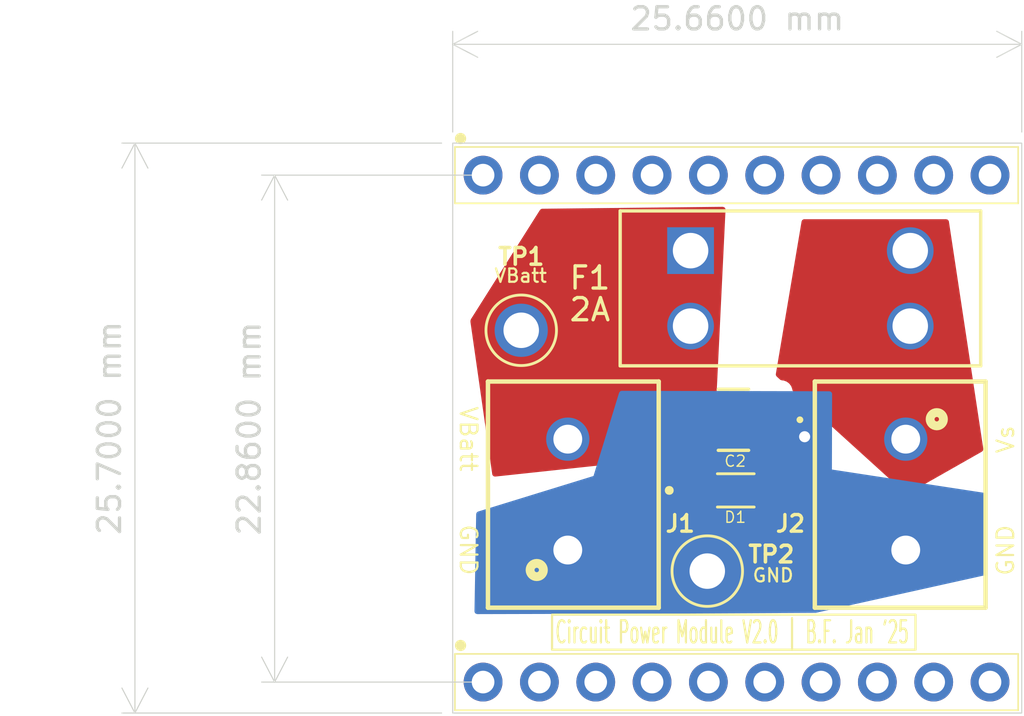
<source format=kicad_pcb>
(kicad_pcb (version 20240108) (generator "pcbnew") (generator_version "8.0")
  (layers (0 "F.Cu" signal) (31 "B.Cu" signal) (34 "B.Paste" user) (35 "F.Paste" user) (36 "B.SilkS" user "B.Silkscreen") (37 "F.SilkS" user "F.Silkscreen") (38 "B.Mask" user) (39 "F.Mask" user) (44 "Edge.Cuts" user))
  (net 0 "")
  (net 1 "Net-(C2-Pad2)")
  (net 2 "Net-(C2-Pad1)")
  (net 3 "Net-(F1-Pad3)")
  (footprint "PH1-10-UA:1X10-2.54MM-THT" (layer "F.Cu") (at 76.2 48.26)
    (property "Reference" "REF**" (hide yes))
    (property "Value" "1X10-2.54MM-THT")
    (fp_line (start -1.27 -1.27) (end -1.27 1.27) (stroke (width 0.0762)) (layer "F.SilkS"))
    (fp_line (start -1.27 -1.27) (end 24.13 -1.27) (stroke (width 0.0762)) (layer "F.SilkS"))
    (fp_line (start 24.13 -1.27) (end 24.13 1.27) (stroke (width 0.0762)) (layer "F.SilkS"))
    (fp_line (start 24.13 1.27) (end -1.27 1.27) (stroke (width 0.0762)) (layer "F.SilkS"))
    (fp_circle (center -1.016 -1.651) (end -0.762 -1.651) (fill solid) (layer "F.SilkS"))
    (pad "1" thru_hole circle (at 0 0) (size 1.75 1.75) (drill 1.02) (layers "*.Cu" "*.Mask"))
    (pad "2" thru_hole circle (at 2.54 0) (size 1.75 1.75) (drill 1.02) (layers "*.Cu" "*.Mask"))
    (pad "3" thru_hole circle (at 5.08 0) (size 1.75 1.75) (drill 1.02) (layers "*.Cu" "*.Mask"))
    (pad "4" thru_hole circle (at 7.62 0) (size 1.75 1.75) (drill 1.02) (layers "*.Cu" "*.Mask"))
    (pad "5" thru_hole circle (at 10.16 0) (size 1.75 1.75) (drill 1.02) (layers "*.Cu" "*.Mask"))
    (pad "6" thru_hole circle (at 12.7 0) (size 1.75 1.75) (drill 1.02) (layers "*.Cu" "*.Mask"))
    (pad "7" thru_hole circle (at 15.24 0) (size 1.75 1.75) (drill 1.02) (layers "*.Cu" "*.Mask"))
    (pad "8" thru_hole circle (at 17.78 0) (size 1.75 1.75) (drill 1.02) (layers "*.Cu" "*.Mask"))
    (pad "9" thru_hole circle (at 20.32 0) (size 1.75 1.75) (drill 1.02) (layers "*.Cu" "*.Mask"))
    (pad "10" thru_hole circle (at 22.86 0) (size 1.75 1.75) (drill 1.02) (layers "*.Cu" "*.Mask"))
  )
  (footprint "PH1-10-UA:1X10-2.54MM-THT" (layer "F.Cu") (at 76.2 25.4)
    (property "Reference" "REF**" (hide yes))
    (property "Value" "1X10-2.54MM-THT")
    (fp_line (start -1.27 -1.27) (end -1.27 1.27) (stroke (width 0.0762)) (layer "F.SilkS"))
    (fp_line (start -1.27 -1.27) (end 24.13 -1.27) (stroke (width 0.0762)) (layer "F.SilkS"))
    (fp_line (start 24.13 -1.27) (end 24.13 1.27) (stroke (width 0.0762)) (layer "F.SilkS"))
    (fp_line (start 24.13 1.27) (end -1.27 1.27) (stroke (width 0.0762)) (layer "F.SilkS"))
    (fp_circle (center -1.016 -1.651) (end -0.762 -1.651) (fill solid) (layer "F.SilkS"))
    (pad "1" thru_hole circle (at 0 0) (size 1.75 1.75) (drill 1.02) (layers "*.Cu" "*.Mask"))
    (pad "2" thru_hole circle (at 2.54 0) (size 1.75 1.75) (drill 1.02) (layers "*.Cu" "*.Mask"))
    (pad "3" thru_hole circle (at 5.08 0) (size 1.75 1.75) (drill 1.02) (layers "*.Cu" "*.Mask"))
    (pad "4" thru_hole circle (at 7.62 0) (size 1.75 1.75) (drill 1.02) (layers "*.Cu" "*.Mask"))
    (pad "5" thru_hole circle (at 10.16 0) (size 1.75 1.75) (drill 1.02) (layers "*.Cu" "*.Mask"))
    (pad "6" thru_hole circle (at 12.7 0) (size 1.75 1.75) (drill 1.02) (layers "*.Cu" "*.Mask"))
    (pad "7" thru_hole circle (at 15.24 0) (size 1.75 1.75) (drill 1.02) (layers "*.Cu" "*.Mask"))
    (pad "8" thru_hole circle (at 17.78 0) (size 1.75 1.75) (drill 1.02) (layers "*.Cu" "*.Mask"))
    (pad "9" thru_hole circle (at 20.32 0) (size 1.75 1.75) (drill 1.02) (layers "*.Cu" "*.Mask"))
    (pad "10" thru_hole circle (at 22.86 0) (size 1.75 1.75) (drill 1.02) (layers "*.Cu" "*.Mask"))
  )
  (footprint "CL32A476KOJNNNE:CAP_CL32_SAM-M" (layer "F.Cu") (at 87.490599 36.43195 180)
    (property "Reference" "C2" (at -0.079401 -1.8639 0) (layer "F.SilkS") (effects (font (size 0.5 0.5) (thickness 0.0625))))
    (property "Value" "47u")
    (fp_line (start 0.683152 -1.377) (end -0.683152 -1.377) (stroke (width 0.1524)) (layer "F.SilkS"))
    (fp_line (start -0.683152 1.377) (end 0.683152 1.377) (stroke (width 0.1524)) (layer "F.SilkS"))
    (fp_circle (center -2.997001 0) (end -2.920801 0) (stroke (width 0.1524)) (fill none) (layer "F.SilkS"))
    (pad "1" smd rect (at -1.579401 0 180) (size 1.1588 2.5508) (layers "F.Cu" "F.Paste" "F.Mask") (net 2 "Net-(C2-Pad1)"))
    (pad "2" smd rect (at 1.579401 0 180) (size 1.1588 2.5508) (layers "F.Cu" "F.Paste" "F.Mask") (net 1 "Net-(C2-Pad2)"))
    (zone (net 0) (net_name "") (layer "F.Cu") (connect_pads (clearance 0)) (min_thickness 0.254)
      (keepout (tracks not_allowed) (vias not_allowed) (pads allowed) (copperpour not_allowed) (footprints allowed))
      (fill (thermal_gap 0.508) (thermal_bridge_width 0.508))
      (polygon (pts (xy 88.4398 37.63115) (xy 86.541398 37.63115) (xy 86.541398 35.23275) (xy 88.4398 35.23275)))
    )
  )
  (footprint "BZV55B15:DIOMELF3515N" (layer "F.Cu") (at 87.595 39.61585)
    (property "Reference" "D1" (at -0.025 1.21 0) (layer "F.SilkS") (effects (font (size 0.5 0.5) (thickness 0.0625))))
    (property "Value" "BZV55B15")
    (fp_line (start -0.83 -0.75) (end 0.83 -0.75) (stroke (width 0.127)) (layer "F.SilkS"))
    (fp_line (start -0.83 0.75) (end 0.83 0.75) (stroke (width 0.127)) (layer "F.SilkS"))
    (fp_circle (center -3 0) (end -2.9 0) (stroke (width 0.2)) (fill none) (layer "F.SilkS"))
    (pad "A" smd rect (at 1.705 0) (size 1.11 1.73) (layers "F.Cu" "F.Paste" "F.Mask") (net 2 "Net-(C2-Pad1)"))
    (pad "C" smd rect (at -1.705 0) (size 1.11 1.73) (layers "F.Cu" "F.Paste" "F.Mask") (net 1 "Net-(C2-Pad2)"))
  )
  (footprint "5006:KEYSTONE_5006" (layer "F.Cu") (at 77.92 32.39585)
    (property "Reference" "TP1" (at 0 -3.32 0) (layer "F.SilkS") (effects (font (size 0.75 0.75) (thickness 0.16) (bold yes))))
    (property "Value" "5006")
    (fp_circle (center 0 0) (end 1.59 0) (stroke (width 0.127)) (fill none) (layer "F.SilkS"))
    (pad "TP" thru_hole circle (at 0 0) (size 2.4 2.4) (drill 1.6) (layers "*.Cu" "*.Mask") (net 1 "Net-(C2-Pad2)"))
  )
  (footprint "691137710002:691137710002" (layer "F.Cu") (at 95.26 39.80585 -90)
    (property "Reference" "J2" (at 1.31 5.2 0) (layer "F.SilkS") (effects (font (size 0.75 0.75))))
    (property "Value" "Vs")
    (property "VALUE" "691137710002" (hide yes))
    (fp_line (start -5.1 4.1) (end -5.1 -3.6) (stroke (width 0.2)) (layer "F.SilkS"))
    (fp_line (start 5.1 4.1) (end -5.1 4.1) (stroke (width 0.2)) (layer "F.SilkS"))
    (fp_line (start -5.1 -3.6) (end 5.1 -3.6) (stroke (width 0.2)) (layer "F.SilkS"))
    (fp_line (start 5.1 -3.6) (end 5.1 4.1) (stroke (width 0.2)) (layer "F.SilkS"))
    (fp_circle (center -3.4 -1.4) (end -3.3 -1.4) (stroke (width 0.4)) (fill none) (layer "F.SilkS"))
    (pad "1" thru_hole circle (at -2.5 0 270) (size 1.95 1.95) (drill 1.3) (layers "*.Cu" "*.Mask") (net 3 "Net-(F1-Pad3)"))
    (pad "2" thru_hole circle (at 2.5 0 270) (size 1.95 1.95) (drill 1.3) (layers "*.Cu" "*.Mask") (net 2 "Net-(C2-Pad1)"))
  )
  (footprint "691137710002:691137710002" (layer "F.Cu") (at 80.02 39.80585 90)
    (property "Reference" "J1" (at -1.31 5.07 180) (layer "F.SilkS") (effects (font (size 0.75 0.75))))
    (property "Value" "VBATT +")
    (property "VALUE" "691137710002" (hide yes))
    (fp_line (start 5.1 -3.6) (end 5.1 4.1) (stroke (width 0.2)) (layer "F.SilkS"))
    (fp_line (start -5.1 -3.6) (end 5.1 -3.6) (stroke (width 0.2)) (layer "F.SilkS"))
    (fp_line (start 5.1 4.1) (end -5.1 4.1) (stroke (width 0.2)) (layer "F.SilkS"))
    (fp_line (start -5.1 4.1) (end -5.1 -3.6) (stroke (width 0.2)) (layer "F.SilkS"))
    (fp_circle (center -3.4 -1.4) (end -3.3 -1.4) (stroke (width 0.4)) (fill none) (layer "F.SilkS"))
    (pad "1" thru_hole circle (at -2.5 0 90) (size 1.95 1.95) (drill 1.3) (layers "*.Cu" "*.Mask") (net 2 "Net-(C2-Pad1)"))
    (pad "2" thru_hole circle (at 2.5 0 90) (size 1.95 1.95) (drill 1.3) (layers "*.Cu" "*.Mask") (net 1 "Net-(C2-Pad2)"))
  )
  (footprint "3568:3568_KEY" (layer "F.Cu") (at 85.557 28.80405)
    (property "Reference" "F1" (at -3.537 1.2318 0) (layer "F.SilkS") (effects (justify right)))
    (property "Value" "2A")
    (fp_line (start -3.175 -1.7907) (end -3.175 5.1943) (stroke (width 0.1524)) (layer "F.SilkS"))
    (fp_line (start 13.081 -1.7907) (end -3.175 -1.7907) (stroke (width 0.1524)) (layer "F.SilkS"))
    (fp_line (start 13.081 -1.7907) (end 13.081 5.1943) (stroke (width 0.1524)) (layer "F.SilkS"))
    (fp_line (start 13.081 5.1943) (end -3.175 5.1943) (stroke (width 0.1524)) (layer "F.SilkS"))
    (pad "1" thru_hole rect (at 0 0) (size 2.1082 2.1082) (drill 1.6002) (layers "*.Cu" "*.Mask") (net 1 "Net-(C2-Pad2)"))
    (pad "2" thru_hole circle (at 0 3.4036) (size 2.1082 2.1082) (drill 1.6002) (layers "*.Cu" "*.Mask") (net 1 "Net-(C2-Pad2)"))
    (pad "3" thru_hole circle (at 9.906 3.4036) (size 2.1082 2.1082) (drill 1.6002) (layers "*.Cu" "*.Mask") (net 3 "Net-(F1-Pad3)"))
    (pad "4" thru_hole circle (at 9.906 0) (size 2.1082 2.1082) (drill 1.6002) (layers "*.Cu" "*.Mask") (net 3 "Net-(F1-Pad3)"))
  )
  (footprint "5006:KEYSTONE_5006" (layer "F.Cu") (at 86.31 43.25585)
    (property "Reference" "TP2" (at 2.89 -0.75585 0) (layer "F.SilkS") (effects (font (size 0.75 0.75) (thickness 0.16) (bold yes))))
    (property "Value" "5006")
    (fp_circle (center 0 0) (end 1.59 0) (stroke (width 0.127)) (fill none) (layer "F.SilkS"))
    (pad "TP" thru_hole circle (at 0 0) (size 2.4 2.4) (drill 1.6) (layers "*.Cu" "*.Mask") (net 2 "Net-(C2-Pad1)"))
  )
  (gr_rect (start 79.31 45.22) (end 95.7 46.8) (stroke (width 0.1)) (fill none) (layer "F.SilkS"))
  (gr_rect (start 74.83 23.95585) (end 100.49 49.65585) (stroke (width 0.05)) (fill none) (layer "Edge.Cuts"))
  (gr_text "GND" (at 75.1 41.087993 270) (layer "F.SilkS") (effects (font (size 0.75 0.75) (thickness 0.1)) (justify left bottom)))
  (gr_text "VBatt" (at 76.658572 30.28585 0) (layer "F.SilkS") (effects (font (size 0.6 0.6) (thickness 0.1)) (justify left bottom)))
  (gr_text "Vs" (at 100.2 38.00585 90) (layer "F.SilkS") (effects (font (size 0.75 0.75) (thickness 0.1)) (justify left bottom)))
  (gr_text "VBatt" (at 75.1 35.766565 270) (layer "F.SilkS") (effects (font (size 0.75 0.75) (thickness 0.1)) (justify left bottom)))
  (gr_text "Circuit Power Module V2.0 | B.F. Jan '25" (at 79.4 46.6 0) (layer "F.SilkS") (effects (font (size 1 0.5) (thickness 0.1) (bold yes)) (justify left bottom)))
  (gr_text "GND" (at 88.3 43.8 0) (layer "F.SilkS") (effects (font (size 0.6 0.6) (thickness 0.1)) (justify left bottom)))
  (gr_text "GND" (at 100.2 43.523707 90) (layer "F.SilkS") (effects (font (size 0.75 0.75) (thickness 0.1)) (justify left bottom)))
  (gr_text "2A" (at 82.02 31.46585 0) (layer "F.SilkS") (effects (font (size 1 1)) (justify right)))
  (dimension (type aligned) (layer "Edge.Cuts") (pts (xy 76.2 48.26) (xy 76.2 25.4)) (height -9.4) (gr_text "22.8600 mm" (at 65.65 36.83 90) (layer "Edge.Cuts") (effects (font (size 1 1) (thickness 0.15)))) (format (prefix "") (suffix "") (units 3) (units_format 1) (precision 4)) (style (thickness 0.05) (arrow_length 1.27) (text_position_mode 0) (extension_height 0.58642) (extension_offset 0.5) keep_text_aligned))
  (dimension (type aligned) (layer "Edge.Cuts") (pts (xy 74.83 49.65585) (xy 74.83 23.95585)) (height -14.33) (gr_text "25.7000 mm" (at 59.35 36.80585 90) (layer "Edge.Cuts") (effects (font (size 1 1) (thickness 0.15)))) (format (prefix "") (suffix "") (units 3) (units_format 1) (precision 4)) (style (thickness 0.05) (arrow_length 1.27) (text_position_mode 0) (extension_height 0.58642) (extension_offset 0.5) keep_text_aligned))
  (dimension (type aligned) (layer "Edge.Cuts") (pts (xy 74.83 23.95585) (xy 100.49 23.95585)) (height -4.45585) (gr_text "25.6600 mm" (at 87.66 18.35 0) (layer "Edge.Cuts") (effects (font (size 1 1) (thickness 0.15)))) (format (prefix "") (suffix "") (units 3) (units_format 1) (precision 4)) (style (thickness 0.05) (arrow_length 1.27) (text_position_mode 0) (extension_height 0.58642) (extension_offset 0.5) keep_text_aligned))
  (segment (start 85.911198 36.43195) (end 85.911198 39.594652) (width 0.5) (layer "F.Cu") (net 1))
  (segment (start 85.911198 39.594652) (end 85.89 39.61585) (width 0.5) (layer "F.Cu") (net 1))
  (segment (start 90.7 37.19585) (end 89.8339 37.19585) (width 0.5) (layer "F.Cu") (net 2))
  (segment (start 89.3 36.66195) (end 89.07 36.43195) (width 0.5) (layer "F.Cu") (net 2))
  (segment (start 89.8339 37.19585) (end 89.07 36.43195) (width 0.5) (layer "F.Cu") (net 2))
  (segment (start 89.3 39.61585) (end 89.3 36.66195) (width 0.5) (layer "F.Cu") (net 2))
  (via (at 90.7 37.19585) (size 1) (drill 0.5) (layers "F.Cu" "B.Cu") (net 2))
  (zone (net 3) (net_name "Net-(F1-Pad3)") (layer "F.Cu") (name "GND") (priority 2) (connect_pads yes (clearance 0.5)) (min_thickness 0.25) (fill yes (thermal_gap 0.5) (thermal_bridge_width 0.5))
    (polygon (pts (xy 90.58 27.38585) (xy 89.39 34.43585) (xy 95.3 39.79585) (xy 98.77 37.82585) (xy 97.19 27.38585)))
  )
  (zone (net 1) (net_name "Net-(C2-Pad2)") (layer "F.Cu") (name "VBatt") (connect_pads yes (clearance 0.5)) (min_thickness 0.25) (fill yes (thermal_gap 0.5) (thermal_bridge_width 0.5))
    (polygon (pts (xy 75.62 31.94585) (xy 76.63 39.00585) (xy 86.6 37.93585) (xy 87.14 26.82585) (xy 78.8 26.91585)))
  )
  (zone (net 2) (net_name "Net-(C2-Pad1)") (layer "B.Cu") (name "GND") (priority 1) (connect_pads yes (clearance 0.5)) (min_thickness 0.25) (fill yes (thermal_gap 0.5) (thermal_bridge_width 0.5))
    (polygon (pts (xy 75.89 40.59585) (xy 75.81 45.19585) (xy 83.68 45.17585) (xy 91.21 45.13585) (xy 98.95 43.41585) (xy 98.86 39.73585) (xy 91.93 38.67585) (xy 91.94 35.14585) (xy 82.36 35.12585) (xy 81.18 38.96585)))
  )
)
</source>
